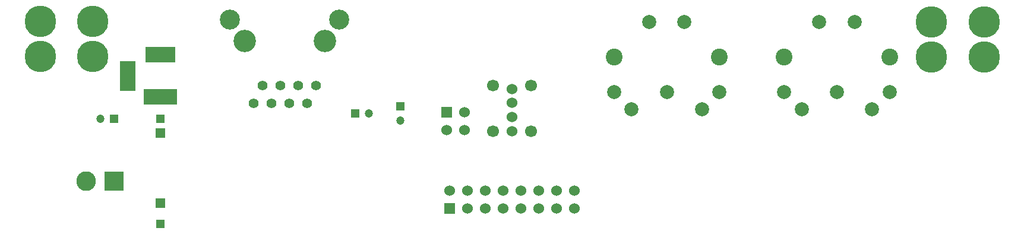
<source format=gbs>
G04 (created by PCBNEW (2013-07-07 BZR 4022)-stable) date 14/05/2014 10:05:02*
%MOIN*%
G04 Gerber Fmt 3.4, Leading zero omitted, Abs format*
%FSLAX34Y34*%
G01*
G70*
G90*
G04 APERTURE LIST*
%ADD10C,0.00590551*%
%ADD11C,0.0472441*%
%ADD12R,0.0472441X0.0472441*%
%ADD13R,0.06X0.06*%
%ADD14C,0.06*%
%ADD15R,0.11X0.11*%
%ADD16C,0.11*%
%ADD17R,0.0511811X0.0511811*%
%ADD18C,0.177165*%
%ADD19C,0.0551181*%
%ADD20C,0.112205*%
%ADD21C,0.125984*%
%ADD22C,0.0669291*%
%ADD23C,0.0944882*%
%ADD24C,0.0787402*%
%ADD25R,0.0531496X0.0531496*%
%ADD26R,0.169291X0.0905512*%
%ADD27R,0.188976X0.0905512*%
%ADD28R,0.0905512X0.169291*%
G04 APERTURE END LIST*
G54D10*
G54D11*
X19468Y-6175D03*
G54D12*
X18681Y-6175D03*
G54D13*
X24000Y-11500D03*
G54D14*
X24000Y-10500D03*
X25000Y-11500D03*
X25000Y-10500D03*
X26000Y-11500D03*
X26000Y-10500D03*
X27000Y-11500D03*
X27000Y-10500D03*
X28000Y-11500D03*
X28000Y-10500D03*
X29000Y-11500D03*
X29000Y-10500D03*
X30000Y-11500D03*
X30000Y-10500D03*
X31000Y-11500D03*
X31000Y-10500D03*
G54D15*
X5150Y-9970D03*
G54D16*
X3591Y-9970D03*
G54D11*
X4386Y-6490D03*
G54D12*
X5173Y-6490D03*
G54D17*
X7760Y-12372D03*
X7760Y-6467D03*
G54D18*
X53986Y-3014D03*
X51033Y-3014D03*
X53986Y-1045D03*
X51033Y-1045D03*
X3966Y-2979D03*
X1013Y-2979D03*
X3966Y-1010D03*
X1013Y-1010D03*
G54D13*
X23825Y-6100D03*
G54D14*
X24825Y-6100D03*
X23825Y-7100D03*
X24825Y-7100D03*
G54D11*
X21225Y-6568D03*
G54D12*
X21225Y-5781D03*
G54D19*
X12975Y-5610D03*
X13975Y-5610D03*
X14975Y-5610D03*
X15975Y-5610D03*
X14475Y-4610D03*
X15475Y-4610D03*
G54D20*
X11673Y-909D03*
X17776Y-909D03*
G54D19*
X13475Y-4610D03*
X16475Y-4610D03*
G54D21*
X12475Y-2110D03*
X16975Y-2110D03*
G54D14*
X27500Y-4800D03*
X27500Y-5587D03*
X27500Y-6374D03*
G54D22*
X28570Y-4611D03*
G54D14*
X27500Y-7162D03*
G54D22*
X28570Y-7162D03*
X26429Y-4611D03*
X26429Y-7162D03*
G54D23*
X42772Y-3000D03*
G54D24*
X43756Y-5952D03*
X44740Y-1031D03*
X42772Y-4968D03*
X45725Y-4968D03*
X48677Y-4968D03*
X47693Y-5952D03*
X46709Y-1031D03*
G54D23*
X48677Y-3000D03*
X33222Y-3000D03*
G54D24*
X34206Y-5952D03*
X35190Y-1031D03*
X33222Y-4968D03*
X36175Y-4968D03*
X39127Y-4968D03*
X38143Y-5952D03*
X37159Y-1031D03*
G54D23*
X39127Y-3000D03*
G54D25*
X7763Y-11220D03*
X7763Y-7283D03*
G54D26*
X7760Y-2888D03*
G54D27*
X7760Y-5251D03*
G54D28*
X5909Y-4070D03*
M02*

</source>
